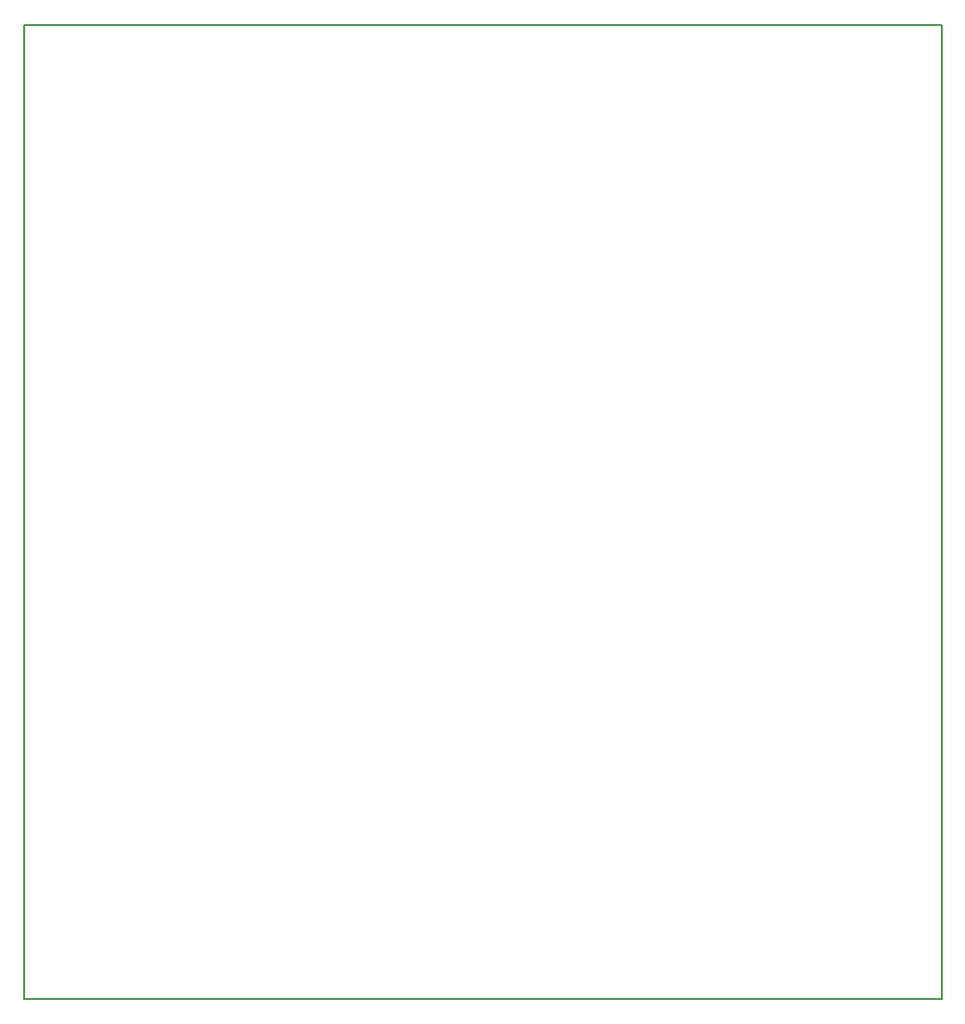
<source format=gbr>
G04 #@! TF.FileFunction,Profile,NP*
%FSLAX46Y46*%
G04 Gerber Fmt 4.6, Leading zero omitted, Abs format (unit mm)*
G04 Created by KiCad (PCBNEW 4.0.2-stable) date 5/4/2016 5:53:34 PM*
%MOMM*%
G01*
G04 APERTURE LIST*
%ADD10C,0.127000*%
G04 APERTURE END LIST*
D10*
X38100000Y-171450000D02*
X38100000Y-82550000D01*
X121920000Y-171450000D02*
X38100000Y-171450000D01*
X121920000Y-82550000D02*
X121920000Y-171450000D01*
X38100000Y-82550000D02*
X121920000Y-82550000D01*
M02*

</source>
